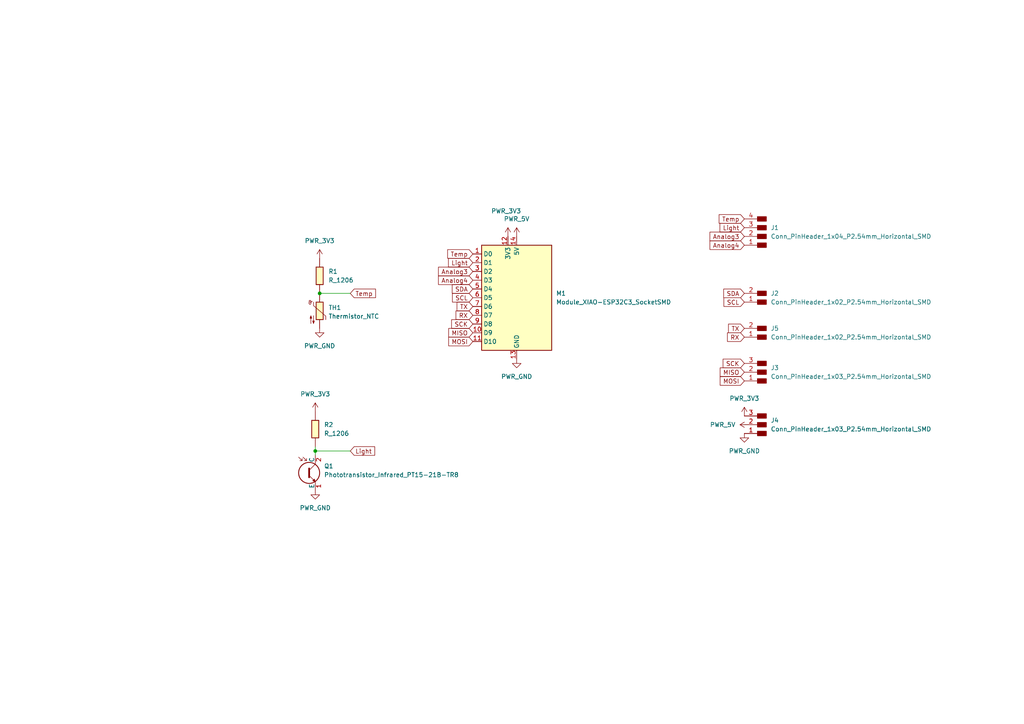
<source format=kicad_sch>
(kicad_sch (version 20231120) (generator "eeschema") (generator_version "8.0")
  (paper "A4")
  (lib_symbols
    (symbol "Fabac:Conn_PinHeader_1x02_P2.54mm_Horizontal_SMD" (pin_names hide)
      (property "Reference" "J" (at 0 2.54 0))
      (property "Value" "Conn_PinHeader_1x02_P2.54mm_Horizontal_SMD" (at 0 -5.08 0))
      (symbol "Conn_PinHeader_1x02_P2.54mm_Horizontal_SMD_1_1"
        (rectangle (start -1.27 -1.905) (end 1.27 -3.175) (stroke (width 0.254)) (fill (type outline)))
        (rectangle (start -1.27 0.635) (end 1.27 -0.635) (stroke (width 0.254)) (fill (type outline)))
        (pin passive line (at 5.08 0 180) (length 3.81) (name "Pin_1") (number "1"))
        (pin passive line (at 5.08 -2.54 180) (length 3.81) (name "Pin_2") (number "2"))
      )
    )
    (symbol "Fabac:Conn_PinHeader_1x03_P2.54mm_Horizontal_SMD" (pin_names hide)
      (property "Reference" "J" (at 0 5.08 0))
      (property "Value" "Conn_PinHeader_1x03_P2.54mm_Horizontal_SMD" (at 0 -5.08 0))
      (symbol "Conn_PinHeader_1x03_P2.54mm_Horizontal_SMD_1_1"
        (rectangle (start -1.27 -1.905) (end 1.27 -3.175) (stroke (width 0.254)) (fill (type outline)))
        (rectangle (start -1.27 0.635) (end 1.27 -0.635) (stroke (width 0.254)) (fill (type outline)))
        (rectangle (start -1.27 3.175) (end 1.27 1.905) (stroke (width 0.254)) (fill (type outline)))
        (pin passive line (at 5.08 2.54 180) (length 3.81) (name "Pin_1") (number "1"))
        (pin passive line (at 5.08 0 180) (length 3.81) (name "Pin_2") (number "2"))
        (pin passive line (at 5.08 -2.54 180) (length 3.81) (name "Pin_3") (number "3"))
      )
    )
    (symbol "Fabac:Conn_PinHeader_1x04_P2.54mm_Horizontal_SMD" (pin_names hide)
      (property "Reference" "J" (at 0 5.08 0))
      (property "Value" "Conn_PinHeader_1x04_P2.54mm_Horizontal_SMD" (at 0 -7.62 0))
      (symbol "Conn_PinHeader_1x04_P2.54mm_Horizontal_SMD_1_1"
        (rectangle (start -1.27 -4.445) (end 1.27 -5.715) (stroke (width 0.254)) (fill (type outline)))
        (rectangle (start -1.27 -1.905) (end 1.27 -3.175) (stroke (width 0.254)) (fill (type outline)))
        (rectangle (start -1.27 0.635) (end 1.27 -0.635) (stroke (width 0.254)) (fill (type outline)))
        (rectangle (start -1.27 3.175) (end 1.27 1.905) (stroke (width 0.254)) (fill (type outline)))
        (pin passive line (at 5.08 2.54 180) (length 3.81) (name "Pin_1") (number "1"))
        (pin passive line (at 5.08 0 180) (length 3.81) (name "Pin_2") (number "2"))
        (pin passive line (at 5.08 -2.54 180) (length 3.81) (name "Pin_3") (number "3"))
        (pin passive line (at 5.08 -5.08 180) (length 3.81) (name "Pin_4") (number "4"))
      )
    )
    (symbol "Fabac:Module_XIAO-ESP32C3_SocketSMD"
      (property "Reference" "M" (at -10.16 16.51 0))
      (property "Value" "Module_XIAO-ESP32C3_SocketSMD" (at 1.27 16.51 0))
      (symbol "Module_XIAO-ESP32C3_SocketSMD_1_1"
        (rectangle (start -10.16 15.24) (end 10.16 -15.24) (stroke (width 0.254)) (fill (type background)))
        (pin bidirectional line (at -12.7 12.7 0) (length 2.54) (name "D0") (number "1"))
        (pin bidirectional line (at -12.7 -10.16 0) (length 2.54) (name "D9") (number "10"))
        (pin bidirectional line (at -12.7 -12.7 0) (length 2.54) (name "D10") (number "11"))
        (pin power_in line (at -2.54 17.78 270) (length 2.54) (name "3V3") (number "12"))
        (pin power_in line (at 0 -17.78 90) (length 2.54) (name "GND") (number "13"))
        (pin power_in line (at 0 17.78 270) (length 2.54) (name "5V") (number "14"))
        (pin bidirectional line (at -12.7 10.16 0) (length 2.54) (name "D1") (number "2"))
        (pin bidirectional line (at -12.7 7.62 0) (length 2.54) (name "D2") (number "3"))
        (pin bidirectional line (at -12.7 5.08 0) (length 2.54) (name "D3") (number "4"))
        (pin bidirectional line (at -12.7 2.54 0) (length 2.54) (name "D4") (number "5"))
        (pin bidirectional line (at -12.7 0 0) (length 2.54) (name "D5") (number "6"))
        (pin bidirectional line (at -12.7 -2.54 0) (length 2.54) (name "D6") (number "7"))
        (pin bidirectional line (at -12.7 -5.08 0) (length 2.54) (name "D7") (number "8"))
        (pin bidirectional line (at -12.7 -7.62 0) (length 2.54) (name "D8") (number "9"))
      )
    )
    (symbol "Fabac:PWR_3V3" (power) (pin_names (offset 0))
      (property "Value" "PWR_3V3" (at 0 3.556 0))
      (symbol "PWR_3V3_0_1"
        (polyline (pts (xy -0.762 1.27) (xy 0 2.54)))
        (polyline (pts (xy 0 0) (xy 0 2.54)))
        (polyline (pts (xy 0 2.54) (xy 0.762 1.27)))
      )
      (symbol "PWR_3V3_1_1"
        (pin power_in line (at 0 0 90) (length 0) hide (name "PWR_3V3") (number "1"))
      )
    )
    (symbol "Fabac:PWR_5V" (power) (pin_names (offset 0))
      (property "Value" "PWR_5V" (at 0 3.556 0))
      (symbol "PWR_5V_0_1"
        (polyline (pts (xy -0.762 1.27) (xy 0 2.54)))
        (polyline (pts (xy 0 0) (xy 0 2.54)))
        (polyline (pts (xy 0 2.54) (xy 0.762 1.27)))
      )
      (symbol "PWR_5V_1_1"
        (pin power_in line (at 0 0 90) (length 0) hide (name "PWR_5V") (number "1"))
      )
    )
    (symbol "Fabac:PWR_GND" (power) (pin_names (offset 0))
      (property "Value" "PWR_GND" (at 0 -3.81 0))
      (symbol "PWR_GND_0_1"
        (polyline (pts (xy 0 0) (xy 0 -1.27) (xy 1.27 -1.27) (xy 0 -2.54) (xy -1.27 -1.27) (xy 0 -1.27)))
      )
      (symbol "PWR_GND_1_1"
        (pin power_in line (at 0 0 270) (length 0) hide (name "PWR_GND") (number "1"))
      )
    )
    (symbol "Fabac:Phototransistor_Infrared_PT15-21B-TR8" (pin_names (offset 0))
      (property "Reference" "Q" (at 2.54 1.27 0))
      (property "Value" "Phototransistor_Infrared_PT15-21B-TR8" (at 2.54 -1.27 0))
      (symbol "Phototransistor_Infrared_PT15-21B-TR8_0_1"
        (circle (center -1.778 0) (radius 3.048) (stroke (width 0.254)))
        (polyline (pts (xy -3.81 3.556) (xy -4.445 3.556)))
        (polyline (pts (xy -2.54 3.556) (xy -3.175 3.556)))
        (polyline (pts (xy -1.778 1.27) (xy -1.778 -1.27)) (stroke (width 0.508)))
        (polyline (pts (xy -4.826 4.572) (xy -3.81 3.556) (xy -3.81 4.191)))
        (polyline (pts (xy -3.556 4.572) (xy -2.54 3.556) (xy -2.54 4.191)))
        (polyline (pts (xy 0 -2.54) (xy -0.254 -1.778) (xy -0.762 -2.286) (xy 0 -2.54)) (fill (type outline)))
        (polyline (pts (xy 0 2.54) (xy -1.778 0.762) (xy -1.778 -0.762) (xy 0 -2.54)))
      )
      (symbol "Phototransistor_Infrared_PT15-21B-TR8_1_1"
        (pin passive line (at 0 -5.08 90) (length 2.54) (name "E") (number "1"))
        (pin passive line (at 0 5.08 270) (length 2.54) (name "C") (number "2"))
      )
    )
    (symbol "Fabac:R_1206" (pin_numbers hide) (pin_names (offset 0))
      (property "Reference" "R" (at 2.54 0 90))
      (property "Value" "R_1206" (at -2.54 0 90))
      (symbol "R_1206_0_1"
        (rectangle (start -1.016 -2.54) (end 1.016 2.54) (stroke (width 0.254)) (fill (type background)))
      )
      (symbol "R_1206_1_1"
        (pin passive line (at 0 5.08 270) (length 2.54) (name "~") (number "1"))
        (pin passive line (at 0 -5.08 90) (length 2.54) (name "~") (number "2"))
      )
    )
    (symbol "Fabac:Thermistor_NTC" (pin_numbers hide) (pin_names (offset 0))
      (property "Reference" "TH" (at -3.81 0 90))
      (property "Value" "Thermistor_NTC" (at 2.54 0 90))
      (symbol "Thermistor_NTC_0_1"
        (arc (start -3.048 2.159) (mid -3.0505 2.3165) (end -3.175 2.413))
        (arc (start -3.048 2.159) (mid -2.9736 1.9794) (end -2.794 1.905))
        (arc (start -3.048 2.794) (mid -2.9736 2.6144) (end -2.794 2.54))
        (arc (start -2.794 1.905) (mid -2.6144 1.9794) (end -2.54 2.159))
        (arc (start -2.794 2.54) (mid -2.434 2.5608) (end -2.159 2.794))
        (arc (start -2.794 3.048) (mid -2.9736 2.9736) (end -3.048 2.794))
        (arc (start -2.54 2.794) (mid -2.6144 2.9736) (end -2.794 3.048))
        (rectangle (start -1.016 2.54) (end 1.016 -2.54) (stroke (width 0.254)) (fill (type background)))
        (polyline (pts (xy -2.54 2.159) (xy -2.54 2.794)))
        (polyline (pts (xy -1.778 2.54) (xy -1.778 1.524) (xy 1.778 -1.524) (xy 1.778 -2.54)))
        (polyline (pts (xy -2.54 -3.683) (xy -2.54 -1.397) (xy -2.794 -2.159) (xy -2.286 -2.159) (xy -2.54 -1.397) (xy -2.54 -1.651)) (fill (type outline)))
        (polyline (pts (xy -1.778 -1.397) (xy -1.778 -3.683) (xy -2.032 -2.921) (xy -1.524 -2.921) (xy -1.778 -3.683) (xy -1.778 -3.429)) (fill (type outline)))
      )
      (symbol "Thermistor_NTC_1_1"
        (pin passive line (at 0 5.08 270) (length 2.54) (name "~") (number "1"))
        (pin passive line (at 0 -5.08 90) (length 2.54) (name "~") (number "2"))
      )
    )
  )
  (junction (at 92.71 85.09))
  (junction (at 91.44 130.81))
  (wire (pts (xy 101.6 85.09) (xy 92.71 85.09)))
  (wire (pts (xy 91.44 130.81) (xy 91.44 132.08)))
  (wire (pts (xy 101.6 130.81) (xy 91.44 130.81)))
  (wire (pts (xy 217.17 123.19) (xy 215.9 123.19)))
  (wire (pts (xy 91.44 129.54) (xy 91.44 130.81)))
  (global_label "Light" (shape input) (at 215.9 66.04 180) (property "Intersheetrefs" "${INTERSHEET_REFS}" (effects (hide yes))))
  (global_label "Temp" (shape input) (at 101.6 85.09 0) (property "Intersheetrefs" "${INTERSHEET_REFS}" (effects (hide yes))))
  (global_label "Temp" (shape input) (at 215.9 63.5 180) (property "Intersheetrefs" "${INTERSHEET_REFS}" (effects (hide yes))))
  (global_label "Light" (shape input) (at 101.6 130.81 0) (property "Intersheetrefs" "${INTERSHEET_REFS}" (effects (hide yes))))
  (global_label "SCK" (shape input) (at 215.9 105.41 180) (property "Intersheetrefs" "${INTERSHEET_REFS}" (effects (hide yes))))
  (global_label "RX" (shape input) (at 215.9 97.79 180) (property "Intersheetrefs" "${INTERSHEET_REFS}" (effects (hide yes))))
  (global_label "Light" (shape input) (at 137.16 76.2 180) (property "Intersheetrefs" "${INTERSHEET_REFS}" (effects (hide yes))))
  (global_label "SDA" (shape input) (at 215.9 85.09 180) (property "Intersheetrefs" "${INTERSHEET_REFS}" (effects (hide yes))))
  (global_label "Analog4" (shape input) (at 137.16 81.28 180) (property "Intersheetrefs" "${INTERSHEET_REFS}" (effects (hide yes))))
  (global_label "Analog4" (shape input) (at 215.9 71.12 180) (property "Intersheetrefs" "${INTERSHEET_REFS}" (effects (hide yes))))
  (global_label "MISO" (shape input) (at 137.16 96.52 180) (property "Intersheetrefs" "${INTERSHEET_REFS}" (effects (hide yes))))
  (global_label "MOSI" (shape input) (at 137.16 99.06 180) (property "Intersheetrefs" "${INTERSHEET_REFS}" (effects (hide yes))))
  (global_label "TX" (shape input) (at 137.16 88.9 180) (property "Intersheetrefs" "${INTERSHEET_REFS}" (effects (hide yes))))
  (global_label "SCK" (shape input) (at 137.16 93.98 180) (property "Intersheetrefs" "${INTERSHEET_REFS}" (effects (hide yes))))
  (global_label "MOSI" (shape input) (at 215.9 110.49 180) (property "Intersheetrefs" "${INTERSHEET_REFS}" (effects (hide yes))))
  (global_label "Analog3" (shape input) (at 215.9 68.58 180) (property "Intersheetrefs" "${INTERSHEET_REFS}" (effects (hide yes))))
  (global_label "TX" (shape input) (at 215.9 95.25 180) (property "Intersheetrefs" "${INTERSHEET_REFS}" (effects (hide yes))))
  (global_label "SCL" (shape input) (at 137.16 86.36 180) (property "Intersheetrefs" "${INTERSHEET_REFS}" (effects (hide yes))))
  (global_label "RX" (shape input) (at 137.16 91.44 180) (property "Intersheetrefs" "${INTERSHEET_REFS}" (effects (hide yes))))
  (global_label "Analog3" (shape input) (at 137.16 78.74 180) (property "Intersheetrefs" "${INTERSHEET_REFS}" (effects (hide yes))))
  (global_label "MISO" (shape input) (at 215.9 107.95 180) (property "Intersheetrefs" "${INTERSHEET_REFS}" (effects (hide yes))))
  (global_label "SDA" (shape input) (at 137.16 83.82 180) (property "Intersheetrefs" "${INTERSHEET_REFS}" (effects (hide yes))))
  (global_label "Temp" (shape input) (at 137.16 73.66 180) (property "Intersheetrefs" "${INTERSHEET_REFS}" (effects (hide yes))))
  (global_label "SCL" (shape input) (at 215.9 87.63 180) (property "Intersheetrefs" "${INTERSHEET_REFS}" (effects (hide yes))))
  (symbol (lib_id "Fabac:Conn_PinHeader_1x03_P2.54mm_Horizontal_SMD") (at 220.98 107.95 180) (unit 1)
    (property "Reference" "J3" (at 223.52 106.6799 0) (effects (justify right)))
    (property "Value" "Conn_PinHeader_1x03_P2.54mm_Horizontal_SMD" (at 223.52 109.2199 0) (effects (justify right)))
    (property "Footprint" "Fabac:PinHeader_1x03_P2.54mm_Horizontal_SMD" (effects (hide yes)))
    (property "Description" "Male connector, single row" (effects (hide yes)))
  )
  (symbol (lib_id "Fabac:Phototransistor_Infrared_PT15-21B-TR8") (at 91.44 137.16 0) (unit 1)
    (property "Reference" "Q1" (at 93.98 135.1914 0) (effects (justify left)))
    (property "Value" "Phototransistor_Infrared_PT15-21B-TR8" (at 93.98 137.7314 0) (effects (justify left)))
    (property "Footprint" "Fabac:Q_1206" (effects (hide yes)))
    (property "Datasheet" "https://www.everlight.com/file/ProductFile/PT15-21B-TR8.pdf" (effects (hide yes)))
    (property "Description" "PT15-21B/TR8 is a phototransistor in miniature SMD package which is molded in a black plastic with flat top view lens. The device is spectrally matched to infrared emitting diode." (effects (hide yes)))
  )
  (symbol (lib_id "Fabac:PWR_5V") (at 149.86 68.58 0) (unit 1)
    (property "Reference" "#PWR02" (effects (hide yes)))
    (property "Value" "PWR_5V" (at 149.86 63.5 0))
    (property "Description" "Power symbol creates a global label with name \"+5V\"" (effects (hide yes)))
  )
  (symbol (lib_id "Fabac:Conn_PinHeader_1x02_P2.54mm_Horizontal_SMD") (at 220.98 97.79 180) (unit 1)
    (property "Reference" "J5" (at 223.52 95.2499 0) (effects (justify right)))
    (property "Value" "Conn_PinHeader_1x02_P2.54mm_Horizontal_SMD" (at 223.52 97.7899 0) (effects (justify right)))
    (property "Footprint" "Fabac:PinHeader_1x02_P2.54mm_Horizontal_SMD" (effects (hide yes)))
    (property "Description" "Male connector, single row" (effects (hide yes)))
  )
  (symbol (lib_id "Fabac:Module_XIAO-ESP32C3_SocketSMD") (at 149.86 86.36 0) (unit 1)
    (property "Reference" "M1" (at 161.29 85.0899 0) (effects (justify left)))
    (property "Value" "Module_XIAO-ESP32C3_SocketSMD" (at 161.29 87.6299 0) (effects (justify left)))
    (property "Footprint" "Fabac:SeeedStudio_XIAO_SocketSMD" (effects (hide yes)))
    (property "Datasheet" "https://wiki.seeedstudio.com/XIAO_ESP32C3_Getting_Started/" (effects (hide yes)))
    (property "Description" "ESP32-C3 Transceiver; 802.11 a/b/g/n (Wi-Fi, WiFi, WLAN), Bluetooth® Smart 4.x Low Energy (BLE) 2.4GHz Evaluation Board SMD Socket Female Header" (effects (hide yes)))
  )
  (symbol (lib_id "Fabac:R_1206") (at 92.71 80.01 0) (unit 1)
    (property "Reference" "R1" (at 95.25 78.7399 0) (effects (justify left)))
    (property "Value" "R_1206" (at 95.25 81.2799 0) (effects (justify left)))
    (property "Footprint" "Fabac:R_1206" (effects (hide yes)))
    (property "Description" "Resistor" (effects (hide yes)))
  )
  (symbol (lib_id "Fabac:PWR_3V3") (at 91.44 119.38 0) (unit 1)
    (property "Reference" "#PWR05" (effects (hide yes)))
    (property "Value" "PWR_3V3" (at 91.44 114.3 0))
    (property "Description" "Power symbol creates a global label with name \"+3V3\"" (effects (hide yes)))
  )
  (symbol (lib_id "Fabac:PWR_GND") (at 92.71 95.25 0) (unit 1)
    (property "Reference" "#PWR06" (effects (hide yes)))
    (property "Value" "PWR_GND" (at 92.71 100.33 0))
    (property "Description" "Power symbol creates a global label with name \"GND\" , ground" (effects (hide yes)))
  )
  (symbol (lib_id "Fabac:PWR_GND") (at 215.9 125.73 0) (unit 1)
    (property "Reference" "#PWR08" (effects (hide yes)))
    (property "Value" "PWR_GND" (at 215.9 130.81 0))
    (property "Description" "Power symbol creates a global label with name \"GND\" , ground" (effects (hide yes)))
  )
  (symbol (lib_id "Fabac:Conn_PinHeader_1x03_P2.54mm_Horizontal_SMD") (at 220.98 123.19 180) (unit 1)
    (property "Reference" "J4" (at 223.52 121.9199 0) (effects (justify right)))
    (property "Value" "Conn_PinHeader_1x03_P2.54mm_Horizontal_SMD" (at 223.52 124.4599 0) (effects (justify right)))
    (property "Footprint" "Fabac:PinHeader_1x03_P2.54mm_Horizontal_SMD" (effects (hide yes)))
    (property "Description" "Male connector, single row" (effects (hide yes)))
  )
  (symbol (lib_id "Fabac:Thermistor_NTC") (at 92.71 90.17 0) (unit 1)
    (property "Reference" "TH1" (at 95.25 89.2174 0) (effects (justify left)))
    (property "Value" "Thermistor_NTC" (at 95.25 91.7574 0) (effects (justify left)))
    (property "Footprint" "Fabac:R_1206" (effects (hide yes)))
    (property "Datasheet" "https://www.mouser.fi/datasheet/2/18/AAS-920-324F-Thermometrics-NTC-SMD-032717-web-1018802.pdf" (effects (hide yes)))
    (property "Description" "Temperature dependent resistor, Amphenol NHQ103B375T10, negative temperature coefficient, NTC Thermistor 10k 1206 (3216 Metric)" (effects (hide yes)))
  )
  (symbol (lib_id "Fabac:Conn_PinHeader_1x02_P2.54mm_Horizontal_SMD") (at 220.98 87.63 180) (unit 1)
    (property "Reference" "J2" (at 223.52 85.0899 0) (effects (justify right)))
    (property "Value" "Conn_PinHeader_1x02_P2.54mm_Horizontal_SMD" (at 223.52 87.6299 0) (effects (justify right)))
    (property "Footprint" "Fabac:PinHeader_1x02_P2.54mm_Horizontal_SMD" (effects (hide yes)))
    (property "Description" "Male connector, single row" (effects (hide yes)))
  )
  (symbol (lib_id "Fabac:PWR_GND") (at 91.44 142.24 0) (unit 1)
    (property "Reference" "#PWR07" (effects (hide yes)))
    (property "Value" "PWR_GND" (at 91.44 147.32 0))
    (property "Description" "Power symbol creates a global label with name \"GND\" , ground" (effects (hide yes)))
  )
  (symbol (lib_id "Fabac:Conn_PinHeader_1x04_P2.54mm_Horizontal_SMD") (at 220.98 68.58 180) (unit 1)
    (property "Reference" "J1" (at 223.52 66.0399 0) (effects (justify right)))
    (property "Value" "Conn_PinHeader_1x04_P2.54mm_Horizontal_SMD" (at 223.52 68.5799 0) (effects (justify right)))
    (property "Footprint" "Fabac:PinHeader_1x04_P2.54mm_Horizontal_SMD" (effects (hide yes)))
    (property "Description" "Male connector, single row" (effects (hide yes)))
  )
  (symbol (lib_id "Fabac:PWR_3V3") (at 147.32 68.58 0) (unit 1)
    (property "Reference" "#PWR01" (effects (hide yes)))
    (property "Value" "PWR_3V3" (at 146.812 61.214 0))
    (property "Description" "Power symbol creates a global label with name \"+3V3\"" (effects (hide yes)))
  )
  (symbol (lib_id "Fabac:PWR_GND") (at 149.86 104.14 0) (unit 1)
    (property "Reference" "#PWR03" (effects (hide yes)))
    (property "Value" "PWR_GND" (at 149.86 109.22 0))
    (property "Description" "Power symbol creates a global label with name \"GND\" , ground" (effects (hide yes)))
  )
  (symbol (lib_id "Fabac:PWR_3V3") (at 215.9 120.65 0) (unit 1)
    (property "Reference" "#PWR09" (effects (hide yes)))
    (property "Value" "PWR_3V3" (at 215.9 115.57 0))
    (property "Description" "Power symbol creates a global label with name \"+3V3\"" (effects (hide yes)))
  )
  (symbol (lib_id "Fabac:PWR_3V3") (at 92.71 74.93 0) (unit 1)
    (property "Reference" "#PWR04" (effects (hide yes)))
    (property "Value" "PWR_3V3" (at 92.71 69.85 0))
    (property "Description" "Power symbol creates a global label with name \"+3V3\"" (effects (hide yes)))
  )
  (symbol (lib_id "Fabac:PWR_5V") (at 217.17 123.19 90) (unit 1)
    (property "Reference" "#PWR010" (effects (hide yes)))
    (property "Value" "PWR_5V" (at 213.36 123.1899 90) (effects (justify left)))
    (property "Description" "Power symbol creates a global label with name \"+5V\"" (effects (hide yes)))
  )
  (symbol (lib_id "Fabac:R_1206") (at 91.44 124.46 0) (unit 1)
    (property "Reference" "R2" (at 93.98 123.1899 0) (effects (justify left)))
    (property "Value" "R_1206" (at 93.98 125.7299 0) (effects (justify left)))
    (property "Footprint" "Fabac:R_1206" (effects (hide yes)))
    (property "Description" "Resistor" (effects (hide yes)))
  )
)
</source>
